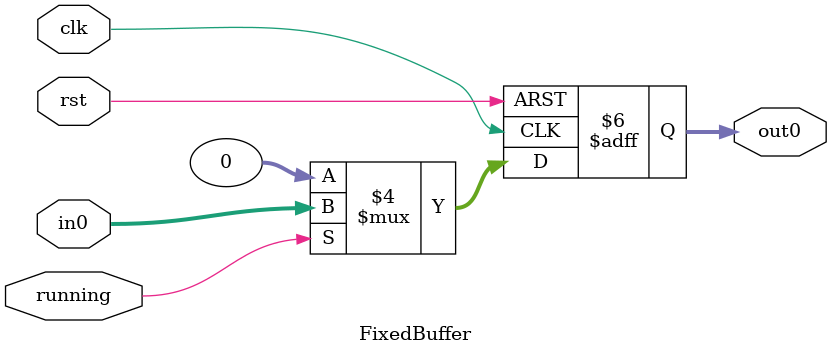
<source format=v>
`timescale 1ns / 1ps

module FixedBuffer #(
   parameter DATA_W = 32,
   parameter AMOUNT = 0
) (
   //control
   input clk,
   input rst,

   input running,

   //input / output data
   input [DATA_W-1:0] in0,

   (* versat_latency = 1 *) output reg [DATA_W-1:0] out0
);

   generate
      if (AMOUNT == 0) begin
         always @(posedge clk, posedge rst) begin
            if (rst) begin
               out0 <= {DATA_W{1'b0}};
            end else if (running) begin
               out0 <= in0;
            end else begin
               out0 <= {DATA_W{1'b0}};
            end
         end
      end else begin
         integer        i;
         genvar         ii;
         reg     [DATA_W-1:0] bufferData[AMOUNT-1:0];
         reg     [DATA_W-1:0] bufferNextData[AMOUNT-1:0];

         // Looks strange but putting everything inside a always @(posedge clk,posedge rst) block was giving a verilator error in the lines bufferData[i] <= bufferData[i+1].
         // Somehow putting this logic as a non-delayed assignment and generating AMOUNT always cases seems to be accepted fine by the tools.
         // NOTE: check verilator documentation about UNOPTFLAT: https://verilator.org/guide/latest/warnings.html?highlight=unoptflat#cmdoption-arg-UNOPTFLAT
         always @* begin
            for (i = 0; i < AMOUNT - 1; i = i + 1) begin
               bufferNextData[i] = bufferData[i+1];
            end
            bufferNextData[AMOUNT-1] = in0;
         end

         for(ii = 0; ii < AMOUNT; ii = ii + 1) begin : bufferAssigns
            always @(posedge clk,posedge rst) begin
               if (rst) begin
                  bufferData[ii] <= {DATA_W{1'b0}};
               end else if (running) begin
                  bufferData[ii] <= bufferNextData[ii];
               end else begin
                  bufferData[ii] <= {DATA_W{1'b0}};
               end
            end
         end

         always @(posedge clk, posedge rst) begin
            if (rst) begin
               out0 <= {DATA_W{1'b0}};
            end else if (running) begin
               out0 <= bufferData[0];
            end else begin
               out0 <= {DATA_W{1'b0}};
            end
         end
      end
   endgenerate

endmodule

</source>
